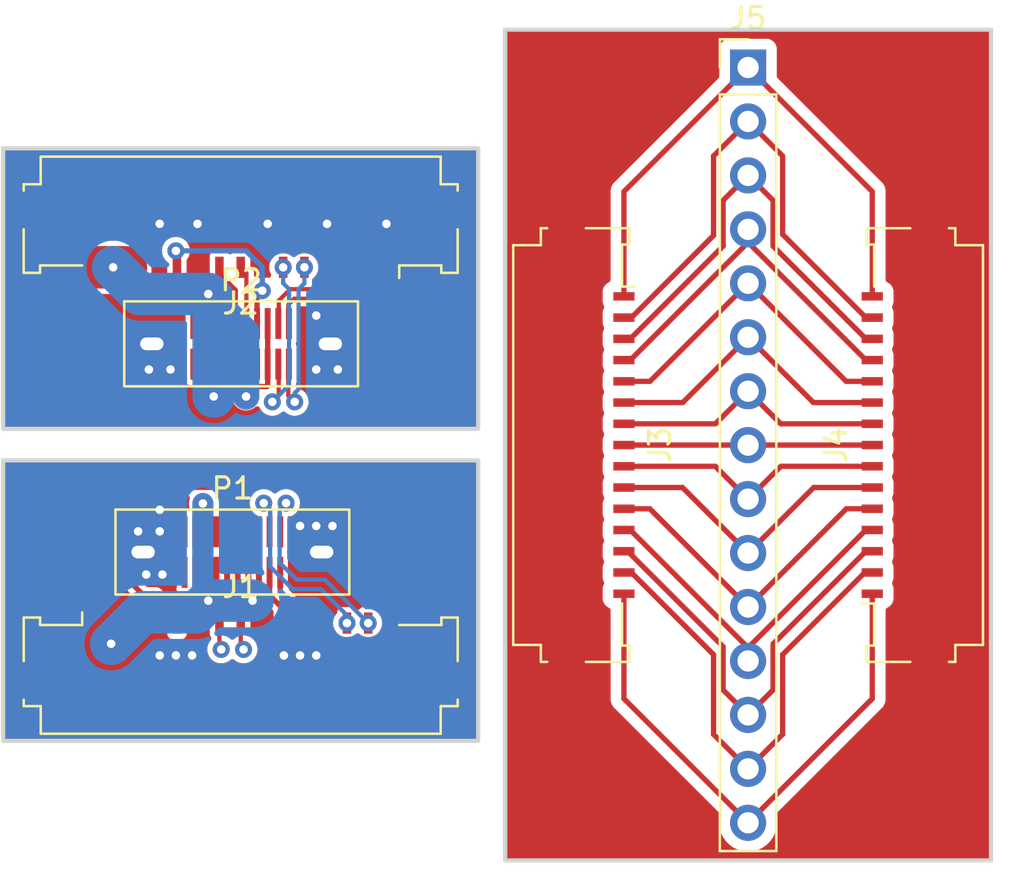
<source format=kicad_pcb>
(kicad_pcb (version 20221018) (generator pcbnew)
  (layers (0 "F.Cu" signal) (31 "B.Cu" signal) (34 "B.Paste" user) (35 "F.Paste" user) (36 "B.SilkS" user "B.Silkscreen") (37 "F.SilkS" user "F.Silkscreen") (38 "B.Mask" user) (39 "F.Mask" user) (44 "Edge.Cuts" user))
  (net 0 "")
  (net 1 "Net-(J1-Pin_1)")
  (net 2 "Net-(J1-Pin_5)")
  (net 3 "Net-(J2-Pin_11)")
  (net 4 "Net-(J2-Pin_13)")
  (net 5 "Net-(J3-Pin_1)")
  (net 6 "Net-(J3-Pin_2)")
  (net 7 "Net-(J3-Pin_3)")
  (net 8 "Net-(J3-Pin_4)")
  (net 9 "Net-(J3-Pin_5)")
  (net 10 "Net-(J3-Pin_6)")
  (net 11 "Net-(J3-Pin_7)")
  (net 12 "Net-(J3-Pin_8)")
  (net 13 "Net-(J3-Pin_9)")
  (net 14 "Net-(J3-Pin_10)")
  (net 15 "Net-(J3-Pin_11)")
  (net 16 "Net-(J3-Pin_12)")
  (net 17 "Net-(J3-Pin_13)")
  (net 18 "Net-(J3-Pin_14)")
  (net 19 "Net-(J3-Pin_15)")
  (net 34 "1-")
  (net 35 "1+")
  (net 36 "1_RX-")
  (net 37 "1_RX+")
  (net 38 "1_TX-")
  (net 39 "1_TX+")
  (net 40 "2_TX+")
  (net 41 "2_TX-")
  (net 42 "2_RX+")
  (net 43 "2_RX-")
  (net 44 "2+")
  (net 45 "2-")
  (net 46 "GND1")
  (net 47 "GND2")
  (net 48 "Net-(J3-PadMP)")
  (footprint "Connector_FFC-FPC:Molex_200528-0150_1x15-1MP_P1.00mm_Horizontal" (layer "F.Cu") (at 79.142 114.808 90)
    (fp_text reference "J4" (at 0 -2.61 90) (layer "F.SilkS"))
    (fp_text value "Conn_01x15_Socket")
    (fp_line (start -10.21 -1.17) (end -10.21 0.88) (stroke (width 0.12)) (layer "F.SilkS"))
    (fp_line (start -10.21 2.7) (end -10.21 3) (stroke (width 0.12)) (layer "F.SilkS"))
    (fp_line (start -10.21 3) (end -9.41 3) (stroke (width 0.12)) (layer "F.SilkS"))
    (fp_line (start -9.44 -1.17) (end -10.21 -1.17) (stroke (width 0.12)) (layer "F.SilkS"))
    (fp_line (start -9.44 -0.82) (end -9.44 -1.17) (stroke (width 0.12)) (layer "F.SilkS"))
    (fp_line (start -9.41 3) (end -9.41 4.3) (stroke (width 0.12)) (layer "F.SilkS"))
    (fp_line (start -9.41 4.3) (end 9.41 4.3) (stroke (width 0.12)) (layer "F.SilkS"))
    (fp_line (start -7.46 -1.41) (end -7.46 -0.82) (stroke (width 0.12)) (layer "F.SilkS"))
    (fp_line (start -7.46 -0.82) (end -9.44 -0.82) (stroke (width 0.12)) (layer "F.SilkS"))
    (fp_line (start 9.41 3) (end 10.21 3) (stroke (width 0.12)) (layer "F.SilkS"))
    (fp_line (start 9.41 4.3) (end 9.41 3) (stroke (width 0.12)) (layer "F.SilkS"))
    (fp_line (start 9.44 -1.17) (end 9.44 -0.82) (stroke (width 0.12)) (layer "F.SilkS"))
    (fp_line (start 9.44 -0.82) (end 7.46 -0.82) (stroke (width 0.12)) (layer "F.SilkS"))
    (fp_line (start 10.21 -1.17) (end 9.44 -1.17) (stroke (width 0.12)) (layer "F.SilkS"))
    (fp_line (start 10.21 0.88) (end 10.21 -1.17) (stroke (width 0.12)) (layer "F.SilkS"))
    (fp_line (start 10.21 3) (end 10.21 2.7) (stroke (width 0.12)) (layer "F.SilkS"))
    (pad "1" smd rect (at -7 -0.91 90) (size 0.4 1) (layers "F.Cu" "F.Paste" "F.Mask") (net 19 "Net-(J3-Pin_15)"))
    (pad "2" smd rect (at -6 -0.91 90) (size 0.4 1) (layers "F.Cu" "F.Paste" "F.Mask") (net 18 "Net-(J3-Pin_14)"))
    (pad "3" smd rect (at -5 -0.91 90) (size 0.4 1) (layers "F.Cu" "F.Paste" "F.Mask") (net 17 "Net-(J3-Pin_13)"))
    (pad "4" smd rect (at -4 -0.91 90) (size 0.4 1) (layers "F.Cu" "F.Paste" "F.Mask") (net 16 "Net-(J3-Pin_12)"))
    (pad "5" smd rect (at -3 -0.91 90) (size 0.4 1) (layers "F.Cu" "F.Paste" "F.Mask") (net 15 "Net-(J3-Pin_11)"))
    (pad "6" smd rect (at -2 -0.91 90) (size 0.4 1) (layers "F.Cu" "F.Paste" "F.Mask") (net 14 "Net-(J3-Pin_10)"))
    (pad "7" smd rect (at -1 -0.91 90) (size 0.4 1) (layers "F.Cu" "F.Paste" "F.Mask") (net 13 "Net-(J3-Pin_9)"))
    (pad "8" smd rect (at 0 -0.91 90) (size 0.4 1) (layers "F.Cu" "F.Paste" "F.Mask") (net 12 "Net-(J3-Pin_8)"))
    (pad "9" smd rect (at 1 -0.91 90) (size 0.4 1) (layers "F.Cu" "F.Paste" "F.Mask") (net 11 "Net-(J3-Pin_7)"))
    (pad "10" smd rect (at 2 -0.91 90) (size 0.4 1) (layers "F.Cu" "F.Paste" "F.Mask") (net 10 "Net-(J3-Pin_6)"))
    (pad "11" smd rect (at 3 -0.91 90) (size 0.4 1) (layers "F.Cu" "F.Paste" "F.Mask") (net 9 "Net-(J3-Pin_5)"))
    (pad "12" smd rect (at 4 -0.91 90) (size 0.4 1) (layers "F.Cu" "F.Paste" "F.Mask") (net 8 "Net-(J3-Pin_4)"))
    (pad "13" smd rect (at 5 -0.91 90) (size 0.4 1) (layers "F.Cu" "F.Paste" "F.Mask") (net 7 "Net-(J3-Pin_3)"))
    (pad "14" smd rect (at 6 -0.91 90) (size 0.4 1) (layers "F.Cu" "F.Paste" "F.Mask") (net 6 "Net-(J3-Pin_2)"))
    (pad "15" smd rect (at 7 -0.91 90) (size 0.4 1) (layers "F.Cu" "F.Paste" "F.Mask") (net 5 "Net-(J3-Pin_1)"))
    (pad "MP" smd rect (at -9.8 1.79 90) (size 2 1.3) (layers "F.Cu" "F.Paste" "F.Mask") (net 48 "Net-(J3-PadMP)"))
    (pad "MP" smd rect (at 9.8 1.79 90) (size 2 1.3) (layers "F.Cu" "F.Paste" "F.Mask") (net 48 "Net-(J3-PadMP)"))
  )
  (footprint "Connector_PinHeader_2.54mm:PinHeader_1x15_P2.54mm_Vertical" (layer "F.Cu") (at 72.39 97.033)
    (fp_text reference "J5" (at 0 -2.33) (layer "F.SilkS"))
    (fp_text value "Conn_01x15_Socket")
    (fp_line (start -1.33 -1.33) (end 0 -1.33) (stroke (width 0.12)) (layer "F.SilkS"))
    (fp_line (start -1.33 0) (end -1.33 -1.33) (stroke (width 0.12)) (layer "F.SilkS"))
    (fp_line (start -1.33 1.27) (end -1.33 36.89) (stroke (width 0.12)) (layer "F.SilkS"))
    (fp_line (start -1.33 1.27) (end 1.33 1.27) (stroke (width 0.12)) (layer "F.SilkS"))
    (fp_line (start -1.33 36.89) (end 1.33 36.89) (stroke (width 0.12)) (layer "F.SilkS"))
    (fp_line (start 1.33 1.27) (end 1.33 36.89) (stroke (width 0.12)) (layer "F.SilkS"))
    (pad "1" thru_hole rect (at 0 0) (size 1.7 1.7) (drill 1) (layers "*.Cu" "*.Mask") (net 5 "Net-(J3-Pin_1)"))
    (pad "2" thru_hole oval (at 0 2.54) (size 1.7 1.7) (drill 1) (layers "*.Cu" "*.Mask") (net 6 "Net-(J3-Pin_2)"))
    (pad "3" thru_hole oval (at 0 5.08) (size 1.7 1.7) (drill 1) (layers "*.Cu" "*.Mask") (net 7 "Net-(J3-Pin_3)"))
    (pad "4" thru_hole oval (at 0 7.62) (size 1.7 1.7) (drill 1) (layers "*.Cu" "*.Mask") (net 8 "Net-(J3-Pin_4)"))
    (pad "5" thru_hole oval (at 0 10.16) (size 1.7 1.7) (drill 1) (layers "*.Cu" "*.Mask") (net 9 "Net-(J3-Pin_5)"))
    (pad "6" thru_hole oval (at 0 12.7) (size 1.7 1.7) (drill 1) (layers "*.Cu" "*.Mask") (net 10 "Net-(J3-Pin_6)"))
    (pad "7" thru_hole oval (at 0 15.24) (size 1.7 1.7) (drill 1) (layers "*.Cu" "*.Mask") (net 11 "Net-(J3-Pin_7)"))
    (pad "8" thru_hole oval (at 0 17.78) (size 1.7 1.7) (drill 1) (layers "*.Cu" "*.Mask") (net 12 "Net-(J3-Pin_8)"))
    (pad "9" thru_hole oval (at 0 20.32) (size 1.7 1.7) (drill 1) (layers "*.Cu" "*.Mask") (net 13 "Net-(J3-Pin_9)"))
    (pad "10" thru_hole oval (at 0 22.86) (size 1.7 1.7) (drill 1) (layers "*.Cu" "*.Mask") (net 14 "Net-(J3-Pin_10)"))
    (pad "11" thru_hole oval (at 0 25.4) (size 1.7 1.7) (drill 1) (layers "*.Cu" "*.Mask") (net 15 "Net-(J3-Pin_11)"))
    (pad "12" thru_hole oval (at 0 27.94) (size 1.7 1.7) (drill 1) (layers "*.Cu" "*.Mask") (net 16 "Net-(J3-Pin_12)"))
    (pad "13" thru_hole oval (at 0 30.48) (size 1.7 1.7) (drill 1) (layers "*.Cu" "*.Mask") (net 17 "Net-(J3-Pin_13)"))
    (pad "14" thru_hole oval (at 0 33.02) (size 1.7 1.7) (drill 1) (layers "*.Cu" "*.Mask") (net 18 "Net-(J3-Pin_14)"))
    (pad "15" thru_hole oval (at 0 35.56) (size 1.7 1.7) (drill 1) (layers "*.Cu" "*.Mask") (net 19 "Net-(J3-Pin_15)"))
  )
  (footprint "Connector_FFC-FPC:Molex_200528-0150_1x15-1MP_P1.00mm_Horizontal" (layer "F.Cu") (at 48.516 124.1)
    (fp_text reference "J1" (at 0 -2.61) (layer "F.SilkS"))
    (fp_text value "Conn_01x15_Socket")
    (fp_line (start -10.21 -1.17) (end -10.21 0.88) (stroke (width 0.12)) (layer "F.SilkS"))
    (fp_line (start -10.21 2.7) (end -10.21 3) (stroke (width 0.12)) (layer "F.SilkS"))
    (fp_line (start -10.21 3) (end -9.41 3) (stroke (width 0.12)) (layer "F.SilkS"))
    (fp_line (start -9.44 -1.17) (end -10.21 -1.17) (stroke (width 0.12)) (layer "F.SilkS"))
    (fp_line (start -9.44 -0.82) (end -9.44 -1.17) (stroke (width 0.12)) (layer "F.SilkS"))
    (fp_line (start -9.41 3) (end -9.41 4.3) (stroke (width 0.12)) (layer "F.SilkS"))
    (fp_line (start -9.41 4.3) (end 9.41 4.3) (stroke (width 0.12)) (layer "F.SilkS"))
    (fp_line (start -7.46 -1.41) (end -7.46 -0.82) (stroke (width 0.12)) (layer "F.SilkS"))
    (fp_line (start -7.46 -0.82) (end -9.44 -0.82) (stroke (width 0.12)) (layer "F.SilkS"))
    (fp_line (start 9.41 3) (end 10.21 3) (stroke (width 0.12)) (layer "F.SilkS"))
    (fp_line (start 9.41 4.3) (end 9.41 3) (stroke (width 0.12)) (layer "F.SilkS"))
    (fp_line (start 9.44 -1.17) (end 9.44 -0.82) (stroke (width 0.12)) (layer "F.SilkS"))
    (fp_line (start 9.44 -0.82) (end 7.46 -0.82) (stroke (width 0.12)) (layer "F.SilkS"))
    (fp_line (start 10.21 -1.17) (end 9.44 -1.17) (stroke (width 0.12)) (layer "F.SilkS"))
    (fp_line (start 10.21 0.88) (end 10.21 -1.17) (stroke (width 0.12)) (layer "F.SilkS"))
    (fp_line (start 10.21 3) (end 10.21 2.7) (stroke (width 0.12)) (layer "F.SilkS"))
    (pad "1" smd rect (at -7 -0.91) (size 0.4 1) (layers "F.Cu" "F.Paste" "F.Mask") (net 1 "Net-(J1-Pin_1)"))
    (pad "2" smd rect (at -6 -0.91) (size 0.4 1) (layers "F.Cu" "F.Paste" "F.Mask") (net 1 "Net-(J1-Pin_1)"))
    (pad "3" smd rect (at -5 -0.91) (size 0.4 1) (layers "F.Cu" "F.Paste" "F.Mask") (net 1 "Net-(J1-Pin_1)"))
    (pad "4" smd rect (at -4 -0.91) (size 0.4 1) (layers "F.Cu" "F.Paste" "F.Mask") (net 46 "GND1"))
    (pad "5" smd rect (at -3 -0.91) (size 0.4 1) (layers "F.Cu" "F.Paste" "F.Mask") (net 2 "Net-(J1-Pin_5)"))
    (pad "6" smd rect (at -2 -0.91) (size 0.4 1) (layers "F.Cu" "F.Paste" "F.Mask") (net 46 "GND1"))
    (pad "7" smd rect (at -1 -0.91) (size 0.4 1) (layers "F.Cu" "F.Paste" "F.Mask") (net 34 "1-"))
    (pad "8" smd rect (at 0 -0.91) (size 0.4 1) (layers "F.Cu" "F.Paste" "F.Mask") (net 35 "1+"))
    (pad "9" smd rect (at 1 -0.91) (size 0.4 1) (layers "F.Cu" "F.Paste" "F.Mask") (net 46 "GND1"))
    (pad "10" smd rect (at 2 -0.91) (size 0.4 1) (layers "F.Cu" "F.Paste" "F.Mask") (net 36 "1_RX-"))
    (pad "11" smd rect (at 3 -0.91) (size 0.4 1) (layers "F.Cu" "F.Paste" "F.Mask") (net 37 "1_RX+"))
    (pad "12" smd rect (at 4 -0.91) (size 0.4 1) (layers "F.Cu" "F.Paste" "F.Mask") (net 46 "GND1"))
    (pad "13" smd rect (at 5 -0.91) (size 0.4 1) (layers "F.Cu" "F.Paste" "F.Mask") (net 38 "1_TX-"))
    (pad "14" smd rect (at 6 -0.91) (size 0.4 1) (layers "F.Cu" "F.Paste" "F.Mask") (net 39 "1_TX+"))
    (pad "15" smd rect (at 7 -0.91) (size 0.4 1) (layers "F.Cu" "F.Paste" "F.Mask") (net 46 "GND1"))
    (pad "MP" smd rect (at -9.8 1.79) (size 2 1.3) (layers "F.Cu" "F.Paste" "F.Mask") (net 46 "GND1"))
    (pad "MP" smd rect (at 9.8 1.79) (size 2 1.3) (layers "F.Cu" "F.Paste" "F.Mask") (net 46 "GND1"))
  )
  (footprint "H3_Connectors:TC-003LS" (layer "F.Cu") (at 48.534 110.043)
    (fp_text reference "P2" (at 0 -3 unlocked) (layer "F.SilkS"))
    (fp_text value "TC-003LS")
    (fp_rect (start -5.5 -2) (end 5.5 2) (stroke (width 0.12)) (fill none) (layer "F.SilkS"))
    (pad "A1" smd rect (at 2.75 -0.955) (size 0.28 1.46) (layers "F.Cu" "F.Paste" "F.Mask") (net 47 "GND2"))
    (pad "A2" smd rect (at 2.25 -0.955) (size 0.28 1.46) (layers "F.Cu" "F.Paste" "F.Mask") (net 40 "2_TX+"))
    (pad "A3" smd rect (at 1.75 -0.955) (size 0.28 1.46) (layers "F.Cu" "F.Paste" "F.Mask") (net 41 "2_TX-"))
    (pad "A4" smd rect (at 1.25 -0.955) (size 0.28 1.46) (layers "F.Cu" "F.Paste" "F.Mask") (net 4 "Net-(J2-Pin_13)"))
    (pad "A5" smd rect (at 0.75 -0.955) (size 0.28 1.46) (layers "F.Cu" "F.Paste" "F.Mask") (net 3 "Net-(J2-Pin_11)"))
    (pad "A6" smd rect (at 0.25 -0.955) (size 0.28 1.46) (layers "F.Cu" "F.Paste" "F.Mask") (net 44 "2+"))
    (pad "A7" smd rect (at -0.25 -0.955) (size 0.28 1.46) (layers "F.Cu" "F.Paste" "F.Mask") (net 45 "2-"))
    (pad "A8" smd rect (at -0.75 -0.955) (size 0.28 1.46) (layers "F.Cu" "F.Paste" "F.Mask"))
    (pad "A9" smd rect (at -1.25 -0.955) (size 0.28 1.46) (layers "F.Cu" "F.Paste" "F.Mask") (net 4 "Net-(J2-Pin_13)"))
    (pad "A10" smd rect (at -1.75 -0.955) (size 0.28 1.46) (layers "F.Cu" "F.Paste" "F.Mask"))
    (pad "A11" smd rect (at -2.25 -0.955) (size 0.28 1.46) (layers "F.Cu" "F.Paste" "F.Mask"))
    (pad "A12" smd rect (at -2.75 -0.955) (size 0.28 1.46) (layers "F.Cu" "F.Paste" "F.Mask") (net 47 "GND2"))
    (pad "B1" smd rect (at -2.75 0.955 180) (size 0.28 1.46) (layers "F.Cu" "F.Paste" "F.Mask") (net 47 "GND2"))
    (pad "B2" smd rect (at -2.25 0.955 180) (size 0.28 1.46) (layers "F.Cu" "F.Paste" "F.Mask"))
    (pad "B3" smd rect (at -1.75 0.955 180) (size 0.28 1.46) (layers "F.Cu" "F.Paste" "F.Mask"))
    (pad "B4" smd rect (at -1.25 0.955 180) (size 0.28 1.46) (layers "F.Cu" "F.Paste" "F.Mask") (net 4 "Net-(J2-Pin_13)"))
    (pad "B5" smd rect (at -0.75 0.955 180) (size 0.28 1.46) (layers "F.Cu" "F.Paste" "F.Mask"))
    (pad "B6" smd rect (at -0.25 0.955 180) (size 0.28 1.46) (layers "F.Cu" "F.Paste" "F.Mask"))
    (pad "B7" smd rect (at 0.25 0.955 180) (size 0.28 1.46) (layers "F.Cu" "F.Paste" "F.Mask"))
    (pad "B8" smd rect (at 0.75 0.955 180) (size 0.28 1.46) (layers "F.Cu" "F.Paste" "F.Mask"))
    (pad "B9" smd rect (at 1.25 0.955 180) (size 0.28 1.46) (layers "F.Cu" "F.Paste" "F.Mask") (net 4 "Net-(J2-Pin_13)"))
    (pad "B10" smd rect (at 1.75 0.955 180) (size 0.28 1.46) (layers "F.Cu" "F.Paste" "F.Mask") (net 43 "2_RX-"))
    (pad "B11" smd rect (at 2.25 0.955 180) (size 0.28 1.46) (layers "F.Cu" "F.Paste" "F.Mask") (net 42 "2_RX+"))
    (pad "B12" smd rect (at 2.75 0.955 180) (size 0.28 1.46) (layers "F.Cu" "F.Paste" "F.Mask") (net 47 "GND2"))
    (pad "S1" thru_hole oval (at -4.2 0) (size 1.5 1) (drill oval 1.1 0.6) (layers "*.Cu" "*.Mask") (net 47 "GND2"))
    (pad "S1" thru_hole oval (at 4.2 0) (size 1.5 1) (drill oval 1.1 0.6) (layers "*.Cu" "*.Mask") (net 47 "GND2"))
  )
  (footprint "H3_Connectors:TC-003LS" (layer "F.Cu") (at 48.124 119.846)
    (fp_text reference "P1" (at 0 -3 unlocked) (layer "F.SilkS"))
    (fp_text value "TC-003LS")
    (fp_rect (start -5.5 -2) (end 5.5 2) (stroke (width 0.12)) (fill none) (layer "F.SilkS"))
    (pad "A1" smd rect (at 2.75 -0.955) (size 0.28 1.46) (layers "F.Cu" "F.Paste" "F.Mask") (net 46 "GND1"))
    (pad "A2" smd rect (at 2.25 -0.955) (size 0.28 1.46) (layers "F.Cu" "F.Paste" "F.Mask") (net 39 "1_TX+"))
    (pad "A3" smd rect (at 1.75 -0.955) (size 0.28 1.46) (layers "F.Cu" "F.Paste" "F.Mask") (net 38 "1_TX-"))
    (pad "A4" smd rect (at 1.25 -0.955) (size 0.28 1.46) (layers "F.Cu" "F.Paste" "F.Mask") (net 1 "Net-(J1-Pin_1)"))
    (pad "A5" smd rect (at 0.75 -0.955) (size 0.28 1.46) (layers "F.Cu" "F.Paste" "F.Mask") (net 2 "Net-(J1-Pin_5)"))
    (pad "A6" smd rect (at 0.25 -0.955) (size 0.28 1.46) (layers "F.Cu" "F.Paste" "F.Mask"))
    (pad "A7" smd rect (at -0.25 -0.955) (size 0.28 1.46) (layers "F.Cu" "F.Paste" "F.Mask"))
    (pad "A8" smd rect (at -0.75 -0.955) (size 0.28 1.46) (layers "F.Cu" "F.Paste" "F.Mask"))
    (pad "A9" smd rect (at -1.25 -0.955) (size 0.28 1.46) (layers "F.Cu" "F.Paste" "F.Mask") (net 1 "Net-(J1-Pin_1)"))
    (pad "A10" smd rect (at -1.75 -0.955) (size 0.28 1.46) (layers "F.Cu" "F.Paste" "F.Mask"))
    (pad "A11" smd rect (at -2.25 -0.955) (size 0.28 1.46) (layers "F.Cu" "F.Paste" "F.Mask"))
    (pad "A12" smd rect (at -2.75 -0.955) (size 0.28 1.46) (layers "F.Cu" "F.Paste" "F.Mask") (net 46 "GND1"))
    (pad "B1" smd rect (at -2.75 0.955 180) (size 0.28 1.46) (layers "F.Cu" "F.Paste" "F.Mask") (net 46 "GND1"))
    (pad "B2" smd rect (at -2.25 0.955 180) (size 0.28 1.46) (layers "F.Cu" "F.Paste" "F.Mask"))
    (pad "B3" smd rect (at -1.75 0.955 180) (size 0.28 1.46) (layers "F.Cu" "F.Paste" "F.Mask"))
    (pad "B4" smd rect (at -1.25 0.955 180) (size 0.28 1.46) (layers "F.Cu" "F.Paste" "F.Mask") (net 1 "Net-(J1-Pin_1)"))
    (pad "B5" smd rect (at -0.75 0.955 180) (size 0.28 1.46) (layers "F.Cu" "F.Paste" "F.Mask"))
    (pad "B6" smd rect (at -0.25 0.955 180) (size 0.28 1.46) (layers "F.Cu" "F.Paste" "F.Mask") (net 34 "1-"))
    (pad "B7" smd rect (at 0.25 0.955 180) (size 0.28 1.46) (layers "F.Cu" "F.Paste" "F.Mask") (net 35 "1+"))
    (pad "B8" smd rect (at 0.75 0.955 180) (size 0.28 1.46) (layers "F.Cu" "F.Paste" "F.Mask"))
    (pad "B9" smd rect (at 1.25 0.955 180) (size 0.28 1.46) (layers "F.Cu" "F.Paste" "F.Mask") (net 1 "Net-(J1-Pin_1)"))
    (pad "B10" smd rect (at 1.75 0.955 180) (size 0.28 1.46) (layers "F.Cu" "F.Paste" "F.Mask") (net 36 "1_RX-"))
    (pad "B11" smd rect (at 2.25 0.955 180) (size 0.28 1.46) (layers "F.Cu" "F.Paste" "F.Mask") (net 37 "1_RX+"))
    (pad "B12" smd rect (at 2.75 0.955 180) (size 0.28 1.46) (layers "F.Cu" "F.Paste" "F.Mask") (net 46 "GND1"))
    (pad "S1" thru_hole oval (at -4.2 0) (size 1.5 1) (drill oval 1.1 0.6) (layers "*.Cu" "*.Mask") (net 46 "GND1"))
    (pad "S1" thru_hole oval (at 4.2 0) (size 1.5 1) (drill oval 1.1 0.6) (layers "*.Cu" "*.Mask") (net 46 "GND1"))
  )
  (footprint "Connector_FFC-FPC:Molex_200528-0150_1x15-1MP_P1.00mm_Horizontal" (layer "F.Cu") (at 48.514 105.53 180)
    (fp_text reference "J2" (at 0 -2.61) (layer "F.SilkS"))
    (fp_text value "Conn_01x15_Socket")
    (fp_line (start -10.21 -1.17) (end -10.21 0.88) (stroke (width 0.12)) (layer "F.SilkS"))
    (fp_line (start -10.21 2.7) (end -10.21 3) (stroke (width 0.12)) (layer "F.SilkS"))
    (fp_line (start -10.21 3) (end -9.41 3) (stroke (width 0.12)) (layer "F.SilkS"))
    (fp_line (start -9.44 -1.17) (end -10.21 -1.17) (stroke (width 0.12)) (layer "F.SilkS"))
    (fp_line (start -9.44 -0.82) (end -9.44 -1.17) (stroke (width 0.12)) (layer "F.SilkS"))
    (fp_line (start -9.41 3) (end -9.41 4.3) (stroke (width 0.12)) (layer "F.SilkS"))
    (fp_line (start -9.41 4.3) (end 9.41 4.3) (stroke (width 0.12)) (layer "F.SilkS"))
    (fp_line (start -7.46 -1.41) (end -7.46 -0.82) (stroke (width 0.12)) (layer "F.SilkS"))
    (fp_line (start -7.46 -0.82) (end -9.44 -0.82) (stroke (width 0.12)) (layer "F.SilkS"))
    (fp_line (start 9.41 3) (end 10.21 3) (stroke (width 0.12)) (layer "F.SilkS"))
    (fp_line (start 9.41 4.3) (end 9.41 3) (stroke (width 0.12)) (layer "F.SilkS"))
    (fp_line (start 9.44 -1.17) (end 9.44 -0.82) (stroke (width 0.12)) (layer "F.SilkS"))
    (fp_line (start 9.44 -0.82) (end 7.46 -0.82) (stroke (width 0.12)) (layer "F.SilkS"))
    (fp_line (start 10.21 -1.17) (end 9.44 -1.17) (stroke (width 0.12)) (layer "F.SilkS"))
    (fp_line (start 10.21 0.88) (end 10.21 -1.17) (stroke (width 0.12)) (layer "F.SilkS"))
    (fp_line (start 10.21 3) (end 10.21 2.7) (stroke (width 0.12)) (layer "F.SilkS"))
    (pad "1" smd rect (at -7 -0.91 180) (size 0.4 1) (layers "F.Cu" "F.Paste" "F.Mask") (net 47 "GND2"))
    (pad "2" smd rect (at -6 -0.91 180) (size 0.4 1) (layers "F.Cu" "F.Paste" "F.Mask") (net 40 "2_TX+"))
    (pad "3" smd rect (at -5 -0.91 180) (size 0.4 1) (layers "F.Cu" "F.Paste" "F.Mask") (net 41 "2_TX-"))
    (pad "4" smd rect (at -4 -0.91 180) (size 0.4 1) (layers "F.Cu" "F.Paste" "F.Mask") (net 47 "GND2"))
    (pad "5" smd rect (at -3 -0.91 180) (size 0.4 1) (layers "F.Cu" "F.Paste" "F.Mask") (net 42 "2_RX+"))
    (pad "6" smd rect (at -2 -0.91 180) (size 0.4 1) (layers "F.Cu" "F.Paste" "F.Mask") (net 43 "2_RX-"))
    (pad "7" smd rect (at -1 -0.91 180) (size 0.4 1) (layers "F.Cu" "F.Paste" "F.Mask") (net 47 "GND2"))
    (pad "8" smd rect (at 0 -0.91 180) (size 0.4 1) (layers "F.Cu" "F.Paste" "F.Mask") (net 44 "2+"))
    (pad "9" smd rect (at 1 -0.91 180) (size 0.4 1) (layers "F.Cu" "F.Paste" "F.Mask") (net 45 "2-"))
    (pad "10" smd rect (at 2 -0.91 180) (size 0.4 1) (layers "F.Cu" "F.Paste" "F.Mask") (net 47 "GND2"))
    (pad "11" smd rect (at 3 -0.91 180) (size 0.4 1) (layers "F.Cu" "F.Paste" "F.Mask") (net 3 "Net-(J2-Pin_11)"))
    (pad "12" smd rect (at 4 -0.91 180) (size 0.4 1) (layers "F.Cu" "F.Paste" "F.Mask") (net 47 "GND2"))
    (pad "13" smd rect (at 5 -0.91 180) (size 0.4 1) (layers "F.Cu" "F.Paste" "F.Mask") (net 4 "Net-(J2-Pin_13)"))
    (pad "14" smd rect (at 6 -0.91 180) (size 0.4 1) (layers "F.Cu" "F.Paste" "F.Mask") (net 4 "Net-(J2-Pin_13)"))
    (pad "15" smd rect (at 7 -0.91 180) (size 0.4 1) (layers "F.Cu" "F.Paste" "F.Mask") (net 4 "Net-(J2-Pin_13)"))
    (pad "MP" smd rect (at -9.8 1.79 180) (size 2 1.3) (layers "F.Cu" "F.Paste" "F.Mask") (net 47 "GND2"))
    (pad "MP" smd rect (at 9.8 1.79 180) (size 2 1.3) (layers "F.Cu" "F.Paste" "F.Mask") (net 47 "GND2"))
  )
  (footprint "Connector_FFC-FPC:Molex_200528-0150_1x15-1MP_P1.00mm_Horizontal" (layer "F.Cu") (at 65.638 114.808 -90)
    (fp_text reference "J3" (at 0 -2.61 90) (layer "F.SilkS"))
    (fp_text value "Conn_01x15_Socket")
    (fp_line (start -10.21 -1.17) (end -10.21 0.88) (stroke (width 0.12)) (layer "F.SilkS"))
    (fp_line (start -10.21 2.7) (end -10.21 3) (stroke (width 0.12)) (layer "F.SilkS"))
    (fp_line (start -10.21 3) (end -9.41 3) (stroke (width 0.12)) (layer "F.SilkS"))
    (fp_line (start -9.44 -1.17) (end -10.21 -1.17) (stroke (width 0.12)) (layer "F.SilkS"))
    (fp_line (start -9.44 -0.82) (end -9.44 -1.17) (stroke (width 0.12)) (layer "F.SilkS"))
    (fp_line (start -9.41 3) (end -9.41 4.3) (stroke (width 0.12)) (layer "F.SilkS"))
    (fp_line (start -9.41 4.3) (end 9.41 4.3) (stroke (width 0.12)) (layer "F.SilkS"))
    (fp_line (start -7.46 -1.41) (end -7.46 -0.82) (stroke (width 0.12)) (layer "F.SilkS"))
    (fp_line (start -7.46 -0.82) (end -9.44 -0.82) (stroke (width 0.12)) (layer "F.SilkS"))
    (fp_line (start 9.41 3) (end 10.21 3) (stroke (width 0.12)) (layer "F.SilkS"))
    (fp_line (start 9.41 4.3) (end 9.41 3) (stroke (width 0.12)) (layer "F.SilkS"))
    (fp_line (start 9.44 -1.17) (end 9.44 -0.82) (stroke (width 0.12)) (layer "F.SilkS"))
    (fp_line (start 9.44 -0.82) (end 7.46 -0.82) (stroke (width 0.12)) (layer "F.SilkS"))
    (fp_line (start 10.21 -1.17) (end 9.44 -1.17) (stroke (width 0.12)) (layer "F.SilkS"))
    (fp_line (start 10.21 0.88) (end 10.21 -1.17) (stroke (width 0.12)) (layer "F.SilkS"))
    (fp_line (start 10.21 3) (end 10.21 2.7) (stroke (width 0.12)) (layer "F.SilkS"))
    (pad "1" smd rect (at -7 -0.91 270) (size 0.4 1) (layers "F.Cu" "F.Paste" "F.Mask") (net 5 "Net-(J3-Pin_1)"))
    (pad "2" smd rect (at -6 -0.91 270) (size 0.4 1) (layers "F.Cu" "F.Paste" "F.Mask") (net 6 "Net-(J3-Pin_2)"))
    (pad "3" smd rect (at -5 -0.91 270) (size 0.4 1) (layers "F.Cu" "F.Paste" "F.Mask") (net 7 "Net-(J3-Pin_3)"))
    (pad "4" smd rect (at -4 -0.91 270) (size 0.4 1) (layers "F.Cu" "F.Paste" "F.Mask") (net 8 "Net-(J3-Pin_4)"))
    (pad "5" smd rect (at -3 -0.91 270) (size 0.4 1) (layers "F.Cu" "F.Paste" "F.Mask") (net 9 "Net-(J3-Pin_5)"))
    (pad "6" smd rect (at -2 -0.91 270) (size 0.4 1) (layers "F.Cu" "F.Paste" "F.Mask") (net 10 "Net-(J3-Pin_6)"))
    (pad "7" smd rect (at -1 -0.91 270) (size 0.4 1) (layers "F.Cu" "F.Paste" "F.Mask") (net 11 "Net-(J3-Pin_7)"))
    (pad "8" smd rect (at 0 -0.91 270) (size 0.4 1) (layers "F.Cu" "F.Paste" "F.Mask") (net 12 "Net-(J3-Pin_8)"))
    (pad "9" smd rect (at 1 -0.91 270) (size 0.4 1) (layers "F.Cu" "F.Paste" "F.Mask") (net 13 "Net-(J3-Pin_9)"))
    (pad "10" smd rect (at 2 -0.91 270) (size 0.4 1) (layers "F.Cu" "F.Paste" "F.Mask") (net 14 "Net-(J3-Pin_10)"))
    (pad "11" smd rect (at 3 -0.91 270) (size 0.4 1) (layers "F.Cu" "F.Paste" "F.Mask") (net 15 "Net-(J3-Pin_11)"))
    (pad "12" smd rect (at 4 -0.91 270) (size 0.4 1) (layers "F.Cu" "F.Paste" "F.Mask") (net 16 "Net-(J3-Pin_12)"))
    (pad "13" smd rect (at 5 -0.91 270) (size 0.4 1) (layers "F.Cu" "F.Paste" "F.Mask") (net 17 "Net-(J3-Pin_13)"))
    (pad "14" smd rect (at 6 -0.91 270) (size 0.4 1) (layers "F.Cu" "F.Paste" "F.Mask") (net 18 "Net-(J3-Pin_14)"))
    (pad "15" smd rect (at 7 -0.91 270) (size 0.4 1) (layers "F.Cu" "F.Paste" "F.Mask") (net 19 "Net-(J3-Pin_15)"))
    (pad "MP" smd rect (at -9.8 1.79 270) (size 2 1.3) (layers "F.Cu" "F.Paste" "F.Mask") (net 48 "Net-(J3-PadMP)"))
    (pad "MP" smd rect (at 9.8 1.79 270) (size 2 1.3) (layers "F.Cu" "F.Paste" "F.Mask") (net 48 "Net-(J3-PadMP)"))
  )
  (gr_rect (start 37.338 100.838) (end 59.69 114.046) (stroke (width 0.2)) (fill none) (layer "Edge.Cuts"))
  (gr_rect (start 60.96 134.366) (end 83.82 95.25) (stroke (width 0.2)) (fill none) (layer "Edge.Cuts"))
  (gr_rect (start 37.338 115.528) (end 59.69 128.736) (stroke (width 0.2)) (fill none) (layer "Edge.Cuts"))
  (segment (start 46.874 118.891) (end 46.874 117.698) (width 0.25) (layer "F.Cu") (net 1))
  (segment (start 42.418 123.571) (end 42.926 123.063) (width 2) (layer "F.Cu") (net 1))
  (segment (start 46.99 122.132) (end 46.874 122.016) (width 0.25) (layer "F.Cu") (net 1))
  (segment (start 42.418 124.164) (end 42.418 124.092) (width 2) (layer "F.Cu") (net 1))
  (segment (start 42.418 124.164) (end 42.418 123.571) (width 2) (layer "F.Cu") (net 1))
  (segment (start 46.874 120.801) (end 46.874 118.891) (width 0.25) (layer "F.Cu") (net 1))
  (segment (start 46.874 117.698) (end 46.736 117.56) (width 0.25) (layer "F.Cu") (net 1))
  (segment (start 49.0735 122.132) (end 49.374 121.8315) (width 0.25) (layer "F.Cu") (net 1))
  (segment (start 49.374 118.891) (end 49.374 120.801) (width 0.25) (layer "F.Cu") (net 1))
  (segment (start 49.374 121.8315) (end 49.374 120.801) (width 0.25) (layer "F.Cu") (net 1))
  (segment (start 42.418 124.092) (end 41.516 123.19) (width 2) (layer "F.Cu") (net 1))
  (segment (start 46.874 122.016) (end 46.874 120.801) (width 0.25) (layer "F.Cu") (net 1))
  (via (at 42.418 124.164) (size 0.8) (drill 0.4) (layers "F.Cu" "B.Cu") (net 1))
  (via (at 46.99 122.132) (size 0.8) (drill 0.4) (layers "F.Cu" "B.Cu") (net 1))
  (via (at 49.0735 122.132) (size 0.8) (drill 0.4) (layers "F.Cu" "B.Cu") (net 1))
  (via (at 46.736 117.56) (size 0.8) (drill 0.4) (layers "F.Cu" "B.Cu") (net 1))
  (segment (start 46.99 122.132) (end 49.0735 122.132) (width 2) (layer "B.Cu") (net 1))
  (segment (start 46.44 122.682) (end 43.9 122.682) (width 2) (layer "B.Cu") (net 1))
  (segment (start 46.736 121.878) (end 46.99 122.132) (width 1) (layer "B.Cu") (net 1))
  (segment (start 46.736 117.56) (end 46.736 121.878) (width 1) (layer "B.Cu") (net 1))
  (segment (start 43.9 122.682) (end 42.418 124.164) (width 2) (layer "B.Cu") (net 1))
  (segment (start 46.99 122.132) (end 46.44 122.682) (width 2) (layer "B.Cu") (net 1))
  (segment (start 48.874 117.871) (end 47.801 116.798) (width 0.25) (layer "F.Cu") (net 2))
  (segment (start 48.874 118.891) (end 48.874 117.871) (width 0.25) (layer "F.Cu") (net 2))
  (segment (start 42.672 118.576) (end 42.672 120.608) (width 0.25) (layer "F.Cu") (net 2))
  (segment (start 44.45 116.798) (end 42.672 118.576) (width 0.25) (layer "F.Cu") (net 2))
  (segment (start 45.516 122.89) (end 45.516 123.19) (width 0.25) (layer "F.Cu") (net 2))
  (segment (start 42.672 120.608) (end 43.942 121.878) (width 0.25) (layer "F.Cu") (net 2))
  (segment (start 47.801 116.798) (end 44.45 116.798) (width 0.25) (layer "F.Cu") (net 2))
  (segment (start 43.942 121.878) (end 44.504 121.878) (width 0.25) (layer "F.Cu") (net 2))
  (segment (start 44.504 121.878) (end 45.516 122.89) (width 0.25) (layer "F.Cu") (net 2))
  (segment (start 49.284 107.785502) (end 49.53 107.539502) (width 0.25) (layer "F.Cu") (net 3))
  (segment (start 45.466 105.664) (end 45.466 106.392) (width 0.25) (layer "F.Cu") (net 3))
  (segment (start 49.284 109.088) (end 49.284 107.785502) (width 0.25) (layer "F.Cu") (net 3))
  (segment (start 45.466 106.392) (end 45.514 106.44) (width 0.25) (layer "F.Cu") (net 3))
  (via (at 49.53 107.539502) (size 0.8) (drill 0.4) (layers "F.Cu" "B.Cu") (net 3))
  (via (at 45.466 105.664) (size 0.8) (drill 0.4) (layers "F.Cu" "B.Cu") (net 3))
  (segment (start 48.768 105.664) (end 45.466 105.664) (width 0.25) (layer "B.Cu") (net 3))
  (segment (start 49.53 107.539502) (end 49.53 106.426) (width 0.25) (layer "B.Cu") (net 3))
  (segment (start 49.53 106.426) (end 48.768 105.664) (width 0.25) (layer "B.Cu") (net 3))
  (segment (start 49.784 112.018) (end 49.749 112.053) (width 0.25) (layer "F.Cu") (net 4))
  (segment (start 42.514 106.44) (end 43.114 106.44) (width 2) (layer "F.Cu") (net 4))
  (segment (start 49.749 112.053) (end 49.022 112.053) (width 0.25) (layer "F.Cu") (net 4))
  (segment (start 49.784 110.998) (end 49.784 112.018) (width 0.25) (layer "F.Cu") (net 4))
  (segment (start 47.284 112.018) (end 47.284 110.998) (width 0.25) (layer "F.Cu") (net 4))
  (segment (start 46.99 107.696) (end 47.284 107.99) (width 0.25) (layer "F.Cu") (net 4))
  (segment (start 47.284 109.027) (end 47.284 110.937) (width 0.25) (layer "F.Cu") (net 4))
  (segment (start 47.284 107.99) (end 47.284 109.088) (width 0.25) (layer "F.Cu") (net 4))
  (segment (start 49.022 112.268) (end 48.768 112.522) (width 0.25) (layer "F.Cu") (net 4))
  (segment (start 47.244 112.522) (end 47.244 112.058) (width 0.25) (layer "F.Cu") (net 4))
  (segment (start 49.022 112.053) (end 49.022 112.268) (width 0.25) (layer "F.Cu") (net 4))
  (segment (start 47.244 112.058) (end 47.284 112.018) (width 0.25) (layer "F.Cu") (net 4))
  (segment (start 49.784 109.027) (end 49.784 110.937) (width 0.25) (layer "F.Cu") (net 4))
  (segment (start 47.319 112.053) (end 47.284 112.018) (width 0.25) (layer "F.Cu") (net 4))
  (segment (start 49.022 112.053) (end 47.319 112.053) (width 0.25) (layer "F.Cu") (net 4))
  (segment (start 42.514 106.44) (end 41.514 106.44) (width 2) (layer "F.Cu") (net 4))
  (via (at 47.244 112.522) (size 0.8) (drill 0.4) (layers "F.Cu" "B.Cu") (net 4))
  (via (at 48.768 112.522) (size 0.8) (drill 0.4) (layers "F.Cu" "B.Cu") (net 4))
  (via (at 46.99 107.696) (size 0.8) (drill 0.4) (layers "F.Cu" "B.Cu") (net 4))
  (via (at 42.514 106.44) (size 0.8) (drill 0.4) (layers "F.Cu" "B.Cu") (net 4))
  (segment (start 48.768 112.522) (end 48.768 109.474) (width 1.25) (layer "B.Cu") (net 4))
  (segment (start 47.244 112.522) (end 47.244 107.95) (width 2) (layer "B.Cu") (net 4))
  (segment (start 46.99 107.696) (end 43.77 107.696) (width 2) (layer "B.Cu") (net 4))
  (segment (start 43.77 107.696) (end 42.514 106.44) (width 2) (layer "B.Cu") (net 4))
  (segment (start 47.244 107.95) (end 46.99 107.696) (width 2) (layer "B.Cu") (net 4))
  (segment (start 48.768 109.474) (end 47.244 107.95) (width 1.25) (layer "B.Cu") (net 4))
  (segment (start 78.232 102.875) (end 72.39 97.033) (width 0.25) (layer "F.Cu") (net 5))
  (segment (start 78.232 107.808) (end 78.232 102.875) (width 0.25) (layer "F.Cu") (net 5))
  (segment (start 66.548 102.875) (end 72.39 97.033) (width 0.25) (layer "F.Cu") (net 5))
  (segment (start 66.548 107.808) (end 66.548 102.875) (width 0.25) (layer "F.Cu") (net 5))
  (segment (start 74.015 101.198) (end 72.39 99.573) (width 0.25) (layer "F.Cu") (net 6))
  (segment (start 78.232 108.808) (end 77.932 108.808) (width 0.25) (layer "F.Cu") (net 6))
  (segment (start 70.765 104.941) (end 70.765 101.198) (width 0.25) (layer "F.Cu") (net 6))
  (segment (start 77.932 108.808) (end 74.015 104.891) (width 0.25) (layer "F.Cu") (net 6))
  (segment (start 74.015 104.891) (end 74.015 101.198) (width 0.25) (layer "F.Cu") (net 6))
  (segment (start 66.548 108.808) (end 66.898 108.808) (width 0.25) (layer "F.Cu") (net 6))
  (segment (start 70.765 101.198) (end 72.39 99.573) (width 0.25) (layer "F.Cu") (net 6))
  (segment (start 66.898 108.808) (end 70.765 104.941) (width 0.25) (layer "F.Cu") (net 6))
  (segment (start 66.848 109.808) (end 71.215 105.441) (width 0.25) (layer "F.Cu") (net 7))
  (segment (start 73.565 103.288) (end 72.39 102.113) (width 0.25) (layer "F.Cu") (net 7))
  (segment (start 77.932 109.808) (end 73.565 105.441) (width 0.25) (layer "F.Cu") (net 7))
  (segment (start 73.565 105.441) (end 73.565 103.288) (width 0.25) (layer "F.Cu") (net 7))
  (segment (start 71.215 103.288) (end 72.39 102.113) (width 0.25) (layer "F.Cu") (net 7))
  (segment (start 71.215 105.441) (end 71.215 103.288) (width 0.25) (layer "F.Cu") (net 7))
  (segment (start 66.548 109.808) (end 66.848 109.808) (width 0.25) (layer "F.Cu") (net 7))
  (segment (start 78.232 109.808) (end 77.932 109.808) (width 0.25) (layer "F.Cu") (net 7))
  (segment (start 77.932 110.808) (end 72.39 105.266) (width 0.25) (layer "F.Cu") (net 8))
  (segment (start 72.39 105.266) (end 72.39 104.653) (width 0.25) (layer "F.Cu") (net 8))
  (segment (start 66.848 110.808) (end 72.39 105.266) (width 0.25) (layer "F.Cu") (net 8))
  (segment (start 66.548 110.808) (end 66.848 110.808) (width 0.25) (layer "F.Cu") (net 8))
  (segment (start 78.232 110.808) (end 77.932 110.808) (width 0.25) (layer "F.Cu") (net 8))
  (segment (start 77.005 111.808) (end 72.39 107.193) (width 0.25) (layer "F.Cu") (net 9))
  (segment (start 67.775 111.808) (end 72.39 107.193) (width 0.25) (layer "F.Cu") (net 9))
  (segment (start 66.548 111.808) (end 67.775 111.808) (width 0.25) (layer "F.Cu") (net 9))
  (segment (start 78.232 111.808) (end 77.005 111.808) (width 0.25) (layer "F.Cu") (net 9))
  (segment (start 75.465 112.808) (end 72.39 109.733) (width 0.25) (layer "F.Cu") (net 10))
  (segment (start 66.548 112.808) (end 69.315 112.808) (width 0.25) (layer "F.Cu") (net 10))
  (segment (start 69.315 112.808) (end 72.39 109.733) (width 0.25) (layer "F.Cu") (net 10))
  (segment (start 78.232 112.808) (end 75.465 112.808) (width 0.25) (layer "F.Cu") (net 10))
  (segment (start 73.925 113.808) (end 72.39 112.273) (width 0.25) (layer "F.Cu") (net 11))
  (segment (start 66.548 113.808) (end 70.855 113.808) (width 0.25) (layer "F.Cu") (net 11))
  (segment (start 70.855 113.808) (end 72.39 112.273) (width 0.25) (layer "F.Cu") (net 11))
  (segment (start 78.232 113.808) (end 73.925 113.808) (width 0.25) (layer "F.Cu") (net 11))
  (segment (start 78.232 114.808) (end 66.548 114.808) (width 0.25) (layer "F.Cu") (net 12))
  (segment (start 73.935 115.808) (end 72.39 117.353) (width 0.25) (layer "F.Cu") (net 13))
  (segment (start 66.548 115.808) (end 70.845 115.808) (width 0.25) (layer "F.Cu") (net 13))
  (segment (start 78.232 115.808) (end 73.935 115.808) (width 0.25) (layer "F.Cu") (net 13))
  (segment (start 70.845 115.808) (end 72.39 117.353) (width 0.25) (layer "F.Cu") (net 13))
  (segment (start 78.232 116.808) (end 75.475 116.808) (width 0.25) (layer "F.Cu") (net 14))
  (segment (start 66.548 116.808) (end 69.305 116.808) (width 0.25) (layer "F.Cu") (net 14))
  (segment (start 69.305 116.808) (end 72.39 119.893) (width 0.25) (layer "F.Cu") (net 14))
  (segment (start 75.475 116.808) (end 72.39 119.893) (width 0.25) (layer "F.Cu") (net 14))
  (segment (start 66.548 117.808) (end 67.765 117.808) (width 0.25) (layer "F.Cu") (net 15))
  (segment (start 77.015 117.808) (end 72.39 122.433) (width 0.25) (layer "F.Cu") (net 15))
  (segment (start 67.765 117.808) (end 72.39 122.433) (width 0.25) (layer "F.Cu") (net 15))
  (segment (start 78.232 117.808) (end 77.015 117.808) (width 0.25) (layer "F.Cu") (net 15))
  (segment (start 77.932 118.808) (end 72.39 124.35) (width 0.25) (layer "F.Cu") (net 16))
  (segment (start 72.39 124.35) (end 72.39 124.973) (width 0.25) (layer "F.Cu") (net 16))
  (segment (start 66.548 118.808) (end 66.848 118.808) (width 0.25) (layer "F.Cu") (net 16))
  (segment (start 66.848 118.808) (end 72.39 124.35) (width 0.25) (layer "F.Cu") (net 16))
  (segment (start 78.232 118.808) (end 77.932 118.808) (width 0.25) (layer "F.Cu") (net 16))
  (segment (start 77.932 119.808) (end 73.565 124.175) (width 0.25) (layer "F.Cu") (net 17))
  (segment (start 73.565 124.175) (end 73.565 126.338) (width 0.25) (layer "F.Cu") (net 17))
  (segment (start 71.215 124.301) (end 71.215 126.338) (width 0.25) (layer "F.Cu") (net 17))
  (segment (start 78.232 119.808) (end 77.932 119.808) (width 0.25) (layer "F.Cu") (net 17))
  (segment (start 66.722 119.808) (end 71.215 124.301) (width 0.25) (layer "F.Cu") (net 17))
  (segment (start 66.548 119.808) (end 66.722 119.808) (width 0.25) (layer "F.Cu") (net 17))
  (segment (start 71.215 126.338) (end 72.39 127.513) (width 0.25) (layer "F.Cu") (net 17))
  (segment (start 73.565 126.338) (end 72.39 127.513) (width 0.25) (layer "F.Cu") (net 17))
  (segment (start 77.882 120.808) (end 74.015 124.675) (width 0.25) (layer "F.Cu") (net 18))
  (segment (start 74.015 128.428) (end 72.39 130.053) (width 0.25) (layer "F.Cu") (net 18))
  (segment (start 66.898 120.808) (end 70.765 124.675) (width 0.25) (layer "F.Cu") (net 18))
  (segment (start 70.765 124.675) (end 70.765 128.428) (width 0.25) (layer "F.Cu") (net 18))
  (segment (start 78.232 120.808) (end 77.882 120.808) (width 0.25) (layer "F.Cu") (net 18))
  (segment (start 70.765 128.428) (end 72.39 130.053) (width 0.25) (layer "F.Cu") (net 18))
  (segment (start 66.548 120.808) (end 66.898 120.808) (width 0.25) (layer "F.Cu") (net 18))
  (segment (start 74.015 124.675) (end 74.015 128.428) (width 0.25) (layer "F.Cu") (net 18))
  (segment (start 78.232 121.808) (end 78.232 126.751) (width 0.25) (layer "F.Cu") (net 19))
  (segment (start 66.548 121.808) (end 66.548 126.751) (width 0.25) (layer "F.Cu") (net 19))
  (segment (start 78.232 126.751) (end 72.39 132.593) (width 0.25) (layer "F.Cu") (net 19))
  (segment (start 66.548 126.751) (end 72.39 132.593) (width 0.25) (layer "F.Cu") (net 19))
  (segment (start 47.516 123.19) (end 47.874 122.832) (width 0.2) (layer "F.Cu") (net 34))
  (segment (start 47.516 124.347977) (end 47.599 124.430977) (width 0.2) (layer "F.Cu") (net 34))
  (segment (start 47.516 123.19) (end 47.516 124.347977) (width 0.2) (layer "F.Cu") (net 34))
  (segment (start 47.874 122.832) (end 47.874 120.801) (width 0.2) (layer "F.Cu") (net 34))
  (via (at 47.599 124.430977) (size 0.8) (drill 0.4) (layers "F.Cu" "B.Cu") (net 34))
  (segment (start 48.374 123.048) (end 48.374 120.801) (width 0.2) (layer "F.Cu") (net 35))
  (segment (start 48.516 123.19) (end 48.516 124.297977) (width 0.2) (layer "F.Cu") (net 35))
  (segment (start 48.516 123.19) (end 48.374 123.048) (width 0.2) (layer "F.Cu") (net 35))
  (segment (start 48.516 124.297977) (end 48.649 124.430977) (width 0.2) (layer "F.Cu") (net 35))
  (via (at 48.649 124.430977) (size 0.8) (drill 0.4) (layers "F.Cu" "B.Cu") (net 35))
  (segment (start 50.516 122.526396) (end 49.874 121.884396) (width 0.25) (layer "F.Cu") (net 36))
  (segment (start 50.516 123.19) (end 50.516 122.526396) (width 0.25) (layer "F.Cu") (net 36))
  (segment (start 49.874 121.884396) (end 49.874 120.801) (width 0.25) (layer "F.Cu") (net 36))
  (segment (start 50.374 121.748) (end 50.374 120.801) (width 0.25) (layer "F.Cu") (net 37))
  (segment (start 51.516 123.19) (end 51.516 122.89) (width 0.25) (layer "F.Cu") (net 37))
  (segment (start 51.516 122.89) (end 50.374 121.748) (width 0.25) (layer "F.Cu") (net 37))
  (segment (start 49.874 118.891) (end 49.898999 118.866001) (width 0.2) (layer "F.Cu") (net 38))
  (segment (start 49.898999 117.84117) (end 49.599 117.541171) (width 0.2) (layer "F.Cu") (net 38))
  (segment (start 53.624312 123.298312) (end 53.516 123.19) (width 0.2) (layer "F.Cu") (net 38))
  (segment (start 49.898999 118.866001) (end 49.898999 117.84117) (width 0.2) (layer "F.Cu") (net 38))
  (via (at 49.599 117.541171) (size 0.8) (drill 0.4) (layers "F.Cu" "B.Cu") (net 38))
  (via (at 53.516 123.19) (size 0.8) (drill 0.4) (layers "F.Cu" "B.Cu") (net 38))
  (segment (start 50.9608 121.595) (end 52.284603 121.595) (width 0.2) (layer "B.Cu") (net 38))
  (segment (start 49.599 117.541171) (end 49.898999 117.84117) (width 0.2) (layer "B.Cu") (net 38))
  (segment (start 49.898999 120.533199) (end 50.9608 121.595) (width 0.2) (layer "B.Cu") (net 38))
  (segment (start 53.516 122.826397) (end 53.516 123.19) (width 0.2) (layer "B.Cu") (net 38))
  (segment (start 52.284603 121.595) (end 53.516 122.826397) (width 0.2) (layer "B.Cu") (net 38))
  (segment (start 49.898999 117.84117) (end 49.898999 120.533199) (width 0.2) (layer "B.Cu") (net 38))
  (segment (start 50.374 118.891) (end 50.349001 118.866001) (width 0.2) (layer "F.Cu") (net 39))
  (segment (start 50.349001 117.84117) (end 50.649 117.541171) (width 0.2) (layer "F.Cu") (net 39))
  (segment (start 54.674312 123.348312) (end 54.516 123.19) (width 0.2) (layer "F.Cu") (net 39))
  (segment (start 50.349001 118.866001) (end 50.349001 117.84117) (width 0.2) (layer "F.Cu") (net 39))
  (via (at 54.516 123.19) (size 0.8) (drill 0.4) (layers "F.Cu" "B.Cu") (net 39))
  (via (at 50.649 117.541171) (size 0.8) (drill 0.4) (layers "F.Cu" "B.Cu") (net 39))
  (segment (start 50.649 117.541171) (end 50.349001 117.84117) (width 0.2) (layer "B.Cu") (net 39))
  (segment (start 50.349001 117.84117) (end 50.349001 120.346801) (width 0.2) (layer "B.Cu") (net 39))
  (segment (start 51.1472 121.145) (end 52.471 121.145) (width 0.2) (layer "B.Cu") (net 39))
  (segment (start 50.349001 120.346801) (end 51.1472 121.145) (width 0.2) (layer "B.Cu") (net 39))
  (segment (start 52.471 121.145) (end 54.516 123.19) (width 0.2) (layer "B.Cu") (net 39))
  (segment (start 50.784 109.088) (end 50.784 108.498) (width 0.2) (layer "F.Cu") (net 40))
  (segment (start 50.784 108.498) (end 50.759 108.473) (width 0.2) (layer "F.Cu") (net 40))
  (segment (start 51.030698 107.921) (end 53.328 107.921) (width 0.2) (layer "F.Cu") (net 40))
  (segment (start 50.759 108.473) (end 50.759 108.192698) (width 0.2) (layer "F.Cu") (net 40))
  (segment (start 54.514 106.735) (end 54.514 106.44) (width 0.2) (layer "F.Cu") (net 40))
  (segment (start 53.328 107.921) (end 54.514 106.735) (width 0.2) (layer "F.Cu") (net 40))
  (segment (start 50.759 108.192698) (end 51.030698 107.921) (width 0.2) (layer "F.Cu") (net 40))
  (segment (start 50.844298 107.471) (end 52.846603 107.471) (width 0.2) (layer "F.Cu") (net 41))
  (segment (start 52.846603 107.471) (end 53.514 106.803603) (width 0.2) (layer "F.Cu") (net 41))
  (segment (start 50.284 109.088) (end 50.284 108.498) (width 0.2) (layer "F.Cu") (net 41))
  (segment (start 50.309 108.006298) (end 50.844298 107.471) (width 0.2) (layer "F.Cu") (net 41))
  (segment (start 53.514 106.803603) (end 53.514 106.44) (width 0.2) (layer "F.Cu") (net 41))
  (segment (start 50.309 108.473) (end 50.309 108.006298) (width 0.2) (layer "F.Cu") (net 41))
  (segment (start 50.284 108.498) (end 50.309 108.473) (width 0.2) (layer "F.Cu") (net 41))
  (segment (start 50.779 111.178379) (end 50.754001 111.203378) (width 0.2) (layer "F.Cu") (net 42))
  (segment (start 50.754001 111.203378) (end 50.754001 112.476001) (width 0.2) (layer "F.Cu") (net 42))
  (segment (start 50.754001 112.476001) (end 51.054 112.776) (width 0.2) (layer "F.Cu") (net 42))
  (via (at 51.054 112.776) (size 0.8) (drill 0.4) (layers "F.Cu" "B.Cu") (net 42))
  (via (at 51.514 106.44) (size 0.8) (drill 0.4) (layers "F.Cu" "B.Cu") (net 42))
  (segment (start 51.239 112.177397) (end 51.239 107.465001) (width 0.2) (layer "B.Cu") (net 42))
  (segment (start 51.054 112.776) (end 51.054 112.362397) (width 0.2) (layer "B.Cu") (net 42))
  (segment (start 51.234 112.182397) (end 51.239 112.177397) (width 0.2) (layer "B.Cu") (net 42))
  (segment (start 51.514 107.190001) (end 51.514 106.44) (width 0.2) (layer "B.Cu") (net 42))
  (segment (start 51.239 107.465001) (end 51.514 107.190001) (width 0.2) (layer "B.Cu") (net 42))
  (segment (start 51.054 112.362397) (end 51.234 112.182397) (width 0.2) (layer "B.Cu") (net 42))
  (segment (start 50.279 111.178379) (end 50.303999 111.203378) (width 0.2) (layer "F.Cu") (net 43))
  (segment (start 50.303999 111.203378) (end 50.303999 112.476001) (width 0.2) (layer "F.Cu") (net 43))
  (segment (start 50.303999 112.476001) (end 50.004 112.776) (width 0.2) (layer "F.Cu") (net 43))
  (via (at 50.004 112.776) (size 0.8) (drill 0.4) (layers "F.Cu" "B.Cu") (net 43))
  (via (at 50.514 106.44) (size 0.8) (drill 0.4) (layers "F.Cu" "B.Cu") (net 43))
  (segment (start 50.789 107.465001) (end 50.514 107.190001) (width 0.2) (layer "B.Cu") (net 43))
  (segment (start 50.514 107.190001) (end 50.514 106.44) (width 0.2) (layer "B.Cu") (net 43))
  (segment (start 50.789 111.991) (end 50.789 107.465001) (width 0.2) (layer "B.Cu") (net 43))
  (segment (start 50.004 112.776) (end 50.784 111.996) (width 0.2) (layer "B.Cu") (net 43))
  (segment (start 50.784 111.996) (end 50.789 111.991) (width 0.2) (layer "B.Cu") (net 43))
  (segment (start 48.784 106.71) (end 48.514 106.44) (width 0.2) (layer "F.Cu") (net 44))
  (segment (start 48.784 108.773) (end 48.784 106.71) (width 0.2) (layer "F.Cu") (net 44))
  (segment (start 47.514 106.44) (end 47.514 106.74) (width 0.2) (layer "F.Cu") (net 45))
  (segment (start 48.284 107.51) (end 48.284 108.773) (width 0.2) (layer "F.Cu") (net 45))
  (segment (start 47.514 106.74) (end 48.284 107.51) (width 0.2) (layer "F.Cu") (net 45))
  (segment (start 45.374 120.801) (end 45.374 118.891) (width 0.25) (layer "F.Cu") (net 46))
  (segment (start 50.874 118.891) (end 50.874 120.801) (width 0.25) (layer "F.Cu") (net 46))
  (via (at 44.831 120.904) (size 0.8) (drill 0.4) (layers "F.Cu" "B.Cu") (net 46))
  (via (at 52.07 124.714) (size 0.8) (drill 0.4) (layers "F.Cu" "B.Cu") (net 46))
  (via (at 50.546 124.714) (size 0.8) (drill 0.4) (layers "F.Cu" "B.Cu") (net 46))
  (via (at 44.704 118.872) (size 0.8) (drill 0.4) (layers "F.Cu" "B.Cu") (net 46))
  (via (at 52.832 118.618) (size 0.8) (drill 0.4) (layers "F.Cu" "B.Cu") (net 46))
  (via (at 45.466 124.714) (size 0.8) (drill 0.4) (layers "F.Cu" "B.Cu") (net 46))
  (via (at 51.308 124.714) (size 0.8) (drill 0.4) (layers "F.Cu" "B.Cu") (net 46))
  (via (at 44.704 117.856) (size 0.8) (drill 0.4) (layers "F.Cu" "B.Cu") (net 46))
  (via (at 46.228 124.714) (size 0.8) (drill 0.4) (layers "F.Cu" "B.Cu") (net 46))
  (via (at 44.069 120.904) (size 0.8) (drill 0.4) (layers "F.Cu" "B.Cu") (net 46))
  (via (at 44.704 124.714) (size 0.8) (drill 0.4) (layers "F.Cu" "B.Cu") (net 46))
  (via (at 43.688 118.872) (size 0.8) (drill 0.4) (layers "F.Cu" "B.Cu") (net 46))
  (via (at 52.07 118.618) (size 0.8) (drill 0.4) (layers "F.Cu" "B.Cu") (net 46))
  (via (at 51.308 118.618) (size 0.8) (drill 0.4) (layers "F.Cu" "B.Cu") (net 46))
  (segment (start 52.514 106.44) (end 52.514 104.712) (width 0.25) (layer "F.Cu") (net 47))
  (segment (start 51.284 109.982) (end 51.284 109.027) (width 0.25) (layer "F.Cu") (net 47))
  (segment (start 46.514 106.44) (end 46.514 104.616) (width 0.25) (layer "F.Cu") (net 47))
  (segment (start 46.736 104.394) (end 49.784 104.394) (width 0.25) (layer "F.Cu") (net 47))
  (segment (start 50.038 104.394) (end 52.578 104.394) (width 0.25) (layer "F.Cu") (net 47))
  (segment (start 52.734 110.043) (end 51.345 110.043) (width 0.25) (layer "F.Cu") (net 47))
  (segment (start 44.334 110.043) (end 45.723 110.043) (width 0.25) (layer "F.Cu") (net 47))
  (segment (start 45.723 110.043) (end 45.784 109.982) (width 0.25) (layer "F.Cu") (net 47))
  (segment (start 51.284 110.937) (end 51.284 109.982) (width 0.25) (layer "F.Cu") (net 47))
  (segment (start 52.578 104.394) (end 52.832 104.394) (width 0.25) (layer "F.Cu") (net 47))
  (segment (start 44.514 106.44) (end 44.514 104.584) (width 0.25) (layer "F.Cu") (net 47))
  (segment (start 45.784 109.982) (end 45.784 109.027) (width 0.25) (layer "F.Cu") (net 47))
  (segment (start 45.784 110.937) (end 45.784 109.982) (width 0.25) (layer "F.Cu") (net 47))
  (segment (start 55.514 104.536) (end 55.514 106.44) (width 0.25) (layer "F.Cu") (net 47))
  (segment (start 55.372 104.394) (end 55.514 104.536) (width 0.25) (layer "F.Cu") (net 47))
  (segment (start 49.514 106.44) (end 49.514 104.918) (width 0.25) (layer "F.Cu") (net 47))
  (segment (start 46.514 104.616) (end 46.736 104.394) (width 0.25) (layer "F.Cu") (net 47))
  (segment (start 52.514 104.712) (end 52.832 104.394) (width 0.25) (layer "F.Cu") (net 47))
  (segment (start 49.514 104.918) (end 50.038 104.394) (width 0.25) (layer "F.Cu") (net 47))
  (segment (start 44.704 104.394) (end 46.482 104.394) (width 0.25) (layer "F.Cu") (net 47))
  (segment (start 52.832 104.394) (end 55.372 104.394) (width 0.25) (layer "F.Cu") (net 47))
  (segment (start 46.482 104.394) (end 46.736 104.394) (width 0.25) (layer "F.Cu") (net 47))
  (segment (start 51.345 110.043) (end 51.284 109.982) (width 0.25) (layer "F.Cu") (net 47))
  (segment (start 44.514 104.584) (end 44.704 104.394) (width 0.25) (layer "F.Cu") (net 47))
  (segment (start 49.784 104.394) (end 50.038 104.394) (width 0.25) (layer "F.Cu") (net 47))
  (via (at 49.784 104.394) (size 0.8) (drill 0.4) (layers "F.Cu" "B.Cu") (net 47))
  (via (at 45.212 111.252) (size 0.8) (drill 0.4) (layers "F.Cu" "B.Cu") (net 47))
  (via (at 52.07 111.252) (size 0.8) (drill 0.4) (layers "F.Cu" "B.Cu") (net 47))
  (via (at 53.086 111.252) (size 0.8) (drill 0.4) (layers "F.Cu" "B.Cu") (net 47))
  (via (at 52.07 108.712) (size 0.8) (drill 0.4) (layers "F.Cu" "B.Cu") (net 47))
  (via (at 55.372 104.394) (size 0.8) (drill 0.4) (layers "F.Cu" "B.Cu") (net 47))
  (via (at 52.578 104.394) (size 0.8) (drill 0.4) (layers "F.Cu" "B.Cu") (net 47))
  (via (at 44.704 104.394) (size 0.8) (drill 0.4) (layers "F.Cu" "B.Cu") (net 47))
  (via (at 44.196 111.252) (size 0.8) (drill 0.4) (layers "F.Cu" "B.Cu") (net 47))
  (via (at 46.482 104.394) (size 0.8) (drill 0.4) (layers "F.Cu" "B.Cu") (net 47))
  (zone (net 48) (net_name "Net-(J3-PadMP)") (layer "F.Cu") (priority 3) (connect_pads yes (clearance 0.5)) (min_thickness 0.25) (fill yes (thermal_gap 0.5) (thermal_bridge_width 0.5))
    (polygon (pts (xy 60.96 95.25) (xy 83.82 95.25) (xy 83.82 134.366) (xy 60.96 134.366)))
  )
  (zone (net 46) (net_name "GND1") (layers "F&B.Cu") (priority 2) (connect_pads yes (clearance 0.254)) (min_thickness 0.25) (fill yes (thermal_gap 0.5) (thermal_bridge_width 0.5))
    (polygon (pts (xy 37.338 115.528) (xy 37.338 128.736) (xy 59.69 128.736) (xy 59.69 115.528)))
  )
  (zone (net 47) (net_name "GND2") (layers "F&B.Cu") (priority 1) (connect_pads yes (clearance 0.254)) (min_thickness 0.25) (fill yes (thermal_gap 0.5) (thermal_bridge_width 0.5))
    (polygon (pts (xy 37.338 100.838) (xy 37.338 114.046) (xy 59.69 114.046) (xy 59.69 100.838)))
  )
)
</source>
